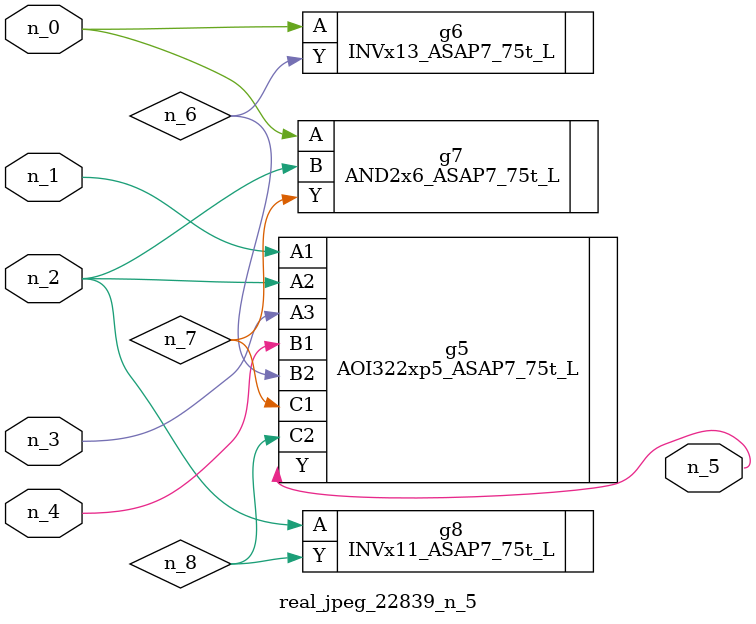
<source format=v>
module real_jpeg_22839_n_5 (n_4, n_0, n_1, n_2, n_3, n_5);

input n_4;
input n_0;
input n_1;
input n_2;
input n_3;

output n_5;

wire n_8;
wire n_6;
wire n_7;

INVx13_ASAP7_75t_L g6 ( 
.A(n_0),
.Y(n_6)
);

AND2x6_ASAP7_75t_L g7 ( 
.A(n_0),
.B(n_2),
.Y(n_7)
);

AOI322xp5_ASAP7_75t_L g5 ( 
.A1(n_1),
.A2(n_2),
.A3(n_3),
.B1(n_4),
.B2(n_6),
.C1(n_7),
.C2(n_8),
.Y(n_5)
);

INVx11_ASAP7_75t_L g8 ( 
.A(n_2),
.Y(n_8)
);


endmodule
</source>
